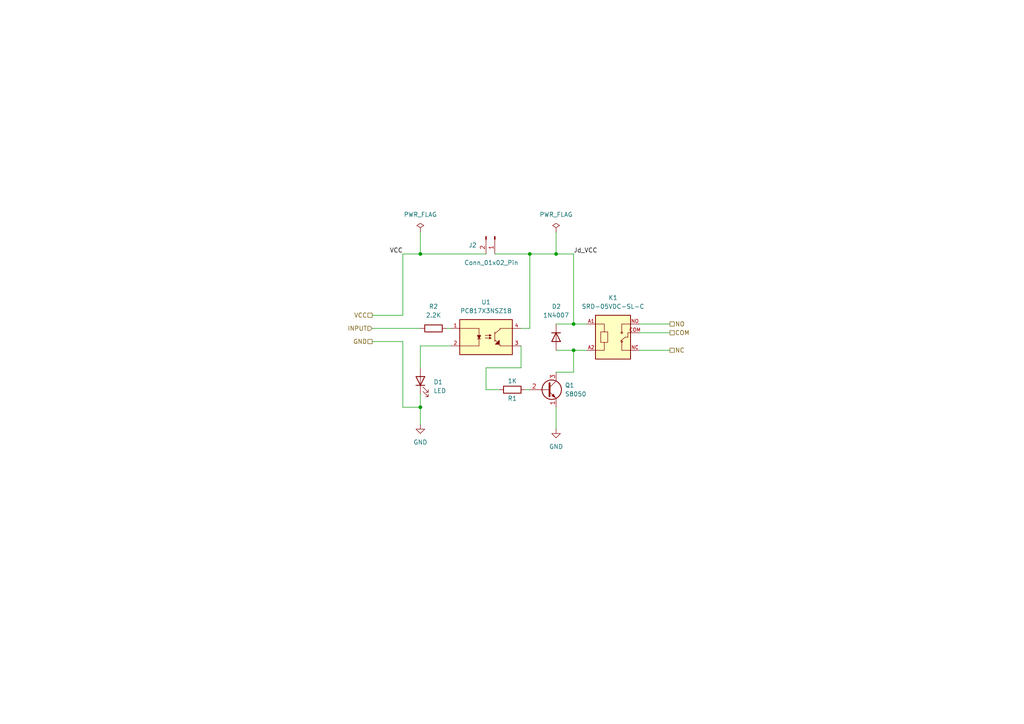
<source format=kicad_sch>
(kicad_sch (version 20250114) (generator "eeschema") (generator_version "9.0")
  (paper "A4")
  (title_block (title "Relay") (date "2025-08-04") (rev "1"))
  (lib_symbols
    (symbol "Connector:Conn_01x02_Pin" (pin_names (offset 1.016) (hide yes))
      (property "Reference" "J" (at 0 2.54 0))
      (property "Value" "Conn_01x02_Pin" (at 0 -5.08 0))
      (symbol "Conn_01x02_Pin_1_1"
        (rectangle (start 0.8636 0.127) (end 0 -0.127) (stroke (width 0.1524)) (fill (type outline)))
        (rectangle (start 0.8636 -2.413) (end 0 -2.667) (stroke (width 0.1524)) (fill (type outline)))
        (polyline (pts (xy 1.27 0) (xy 0.8636 0)) (stroke (width 0.1524)))
        (polyline (pts (xy 1.27 -2.54) (xy 0.8636 -2.54)) (stroke (width 0.1524)))
        (pin passive line (at 5.08 0 180) (length 3.81) (name "Pin_1") (number "1"))
        (pin passive line (at 5.08 -2.54 180) (length 3.81) (name "Pin_2") (number "2"))
      )
    )
    (symbol "Device:LED" (pin_numbers (hide yes)) (pin_names (offset 1.016) (hide yes))
      (property "Reference" "D" (at 0 2.54 0))
      (property "Value" "LED" (at 0 -2.54 0))
      (symbol "LED_0_1"
        (polyline (pts (xy -3.048 -0.762) (xy -4.572 -2.286) (xy -3.81 -2.286) (xy -4.572 -2.286) (xy -4.572 -1.524)))
        (polyline (pts (xy -1.778 -0.762) (xy -3.302 -2.286) (xy -2.54 -2.286) (xy -3.302 -2.286) (xy -3.302 -1.524)))
        (polyline (pts (xy -1.27 0) (xy 1.27 0)))
        (polyline (pts (xy -1.27 -1.27) (xy -1.27 1.27)) (stroke (width 0.254)))
        (polyline (pts (xy 1.27 -1.27) (xy 1.27 1.27) (xy -1.27 0) (xy 1.27 -1.27)) (stroke (width 0.254)))
      )
      (symbol "LED_1_1"
        (pin passive line (at -3.81 0 0) (length 2.54) (name "K") (number "1"))
        (pin passive line (at 3.81 0 180) (length 2.54) (name "A") (number "2"))
      )
    )
    (symbol "Device:R" (pin_numbers (hide yes)) (pin_names (offset 0))
      (property "Reference" "R" (at 2.032 0 90))
      (property "Value" "R" (at 0 0 90))
      (symbol "R_0_1"
        (rectangle (start -1.016 -2.54) (end 1.016 2.54) (stroke (width 0.254)))
      )
      (symbol "R_1_1"
        (pin passive line (at 0 3.81 270) (length 1.27) (name "~") (number "1"))
        (pin passive line (at 0 -3.81 90) (length 1.27) (name "~") (number "2"))
      )
    )
    (symbol "Diode:1N4007" (pin_numbers (hide yes)) (pin_names (hide yes))
      (property "Reference" "D" (at 0 2.54 0))
      (property "Value" "1N4007" (at 0 -2.54 0))
      (symbol "1N4007_0_1"
        (polyline (pts (xy -1.27 1.27) (xy -1.27 -1.27)) (stroke (width 0.254)))
        (polyline (pts (xy 1.27 1.27) (xy 1.27 -1.27) (xy -1.27 0) (xy 1.27 1.27)) (stroke (width 0.254)))
        (polyline (pts (xy 1.27 0) (xy -1.27 0)))
      )
      (symbol "1N4007_1_1"
        (pin passive line (at -3.81 0 0) (length 2.54) (name "K") (number "1"))
        (pin passive line (at 3.81 0 180) (length 2.54) (name "A") (number "2"))
      )
    )
    (symbol "PC817X3NSZ1B:PC817X3NSZ1B" (pin_names (offset 1.016))
      (property "Reference" "U" (at -7.62 6.35 0))
      (property "Value" "PC817X3NSZ1B" (at -7.62 -7.62 0))
      (symbol "PC817X3NSZ1B_0_0"
        (polyline (pts (xy -7.62 2.54) (xy -4.572 2.54)) (stroke (width 0.1524)))
        (rectangle (start -7.62 -5.08) (end 7.62 5.08) (stroke (width 0.254)) (fill (type background)))
        (polyline (pts (xy -4.572 2.54) (xy -2.032 2.54)) (stroke (width 0.1524)))
        (polyline (pts (xy -4.572 -2.54) (xy -7.62 -2.54)) (stroke (width 0.1524)))
        (polyline (pts (xy -2.54 0.508) (xy -1.524 0.508) (xy -2.032 -0.508) (xy -2.54 0.508)) (stroke (width 0.1524)) (fill (type outline)))
        (polyline (pts (xy -2.54 -0.508) (xy -1.524 -0.508)) (stroke (width 0.1524)))
        (polyline (pts (xy -2.032 2.54) (xy -2.032 0.508)) (stroke (width 0.1524)))
        (polyline (pts (xy -2.032 -0.508) (xy -2.032 -2.54)) (stroke (width 0.1524)))
        (polyline (pts (xy -2.032 -2.54) (xy -4.572 -2.54)) (stroke (width 0.1524)))
        (polyline (pts (xy -0.254 0.508) (xy 1.016 0.508)) (stroke (width 0.1524)))
        (polyline (pts (xy -0.254 -0.254) (xy 1.016 -0.254)) (stroke (width 0.1524)))
        (polyline (pts (xy 1.016 0.762) (xy 1.524 0.508) (xy 1.016 0.254) (xy 1.016 0.762)) (stroke (width 0.1524)) (fill (type outline)))
        (polyline (pts (xy 1.016 0.254) (xy 1.016 0.762)) (stroke (width 0.1524)))
        (polyline (pts (xy 1.016 0) (xy 1.524 -0.254) (xy 1.016 -0.508) (xy 1.016 0)) (stroke (width 0.1524)) (fill (type outline)))
        (polyline (pts (xy 1.016 -0.508) (xy 1.016 0)) (stroke (width 0.1524)))
        (polyline (pts (xy 2.54 1.016) (xy 2.54 1.524)) (stroke (width 0.1524)))
        (polyline (pts (xy 2.54 1.016) (xy 2.54 -0.762)) (stroke (width 0.1524)))
        (polyline (pts (xy 2.54 -0.762) (xy 2.54 -1.27)) (stroke (width 0.1524)))
        (polyline (pts (xy 2.54 -0.762) (xy 3.81 -2.032)) (stroke (width 0.1524)))
        (polyline (pts (xy 2.794 -2.032) (xy 3.556 -2.032)) (stroke (width 0.254)))
        (polyline (pts (xy 3.048 -1.778) (xy 2.794 -2.032)) (stroke (width 0.254)))
        (polyline (pts (xy 3.048 -1.778) (xy 3.302 -1.778)) (stroke (width 0.254)))
        (polyline (pts (xy 3.302 -1.778) (xy 3.556 -2.032)) (stroke (width 0.254)))
        (polyline (pts (xy 3.556 -1.524) (xy 3.302 -1.778)) (stroke (width 0.254)))
        (polyline (pts (xy 3.556 -1.524) (xy 3.81 -1.27)) (stroke (width 0.254)))
        (polyline (pts (xy 3.556 -2.032) (xy 3.556 -1.524)) (stroke (width 0.254)))
        (polyline (pts (xy 3.556 -2.032) (xy 3.81 -2.032)) (stroke (width 0.254)))
        (polyline (pts (xy 3.81 -1.016) (xy 3.048 -1.778)) (stroke (width 0.254)))
        (polyline (pts (xy 3.81 -1.27) (xy 3.81 -1.016)) (stroke (width 0.254)))
        (polyline (pts (xy 3.81 -1.778) (xy 3.556 -1.524)) (stroke (width 0.254)))
        (polyline (pts (xy 3.81 -1.778) (xy 3.81 -1.27)) (stroke (width 0.254)))
        (polyline (pts (xy 3.81 -2.032) (xy 3.81 -1.778)) (stroke (width 0.254)))
        (polyline (pts (xy 3.81 -2.032) (xy 4.064 -2.286)) (stroke (width 0.1524)))
        (polyline (pts (xy 4.064 2.54) (xy 4.064 2.286)) (stroke (width 0.1524)))
        (polyline (pts (xy 4.064 2.286) (xy 2.54 1.016)) (stroke (width 0.1524)))
        (polyline (pts (xy 4.064 -2.286) (xy 4.064 -2.54)) (stroke (width 0.1524)))
        (polyline (pts (xy 4.064 -2.54) (xy 7.62 -2.54)) (stroke (width 0.1524)))
        (polyline (pts (xy 7.62 2.54) (xy 4.064 2.54)) (stroke (width 0.1524)))
        (pin passive line (at -10.16 2.54 0) (length 2.54) (name "~") (number "1"))
        (pin passive line (at -10.16 -2.54 0) (length 2.54) (name "~") (number "2"))
        (pin passive line (at 10.16 2.54 180) (length 2.54) (name "~") (number "4"))
        (pin passive line (at 10.16 -2.54 180) (length 2.54) (name "~") (number "3"))
      )
    )
    (symbol "SRD-05VDC-SL-C:SRD-05VDC-SL-C" (pin_names (offset 1.016))
      (property "Reference" "K" (at -5.0809 5.843 0))
      (property "Value" "SRD-05VDC-SL-C" (at -5.0832 -10.1664 0))
      (symbol "SRD-05VDC-SL-C_0_0"
        (polyline (pts (xy -5.08 2.54) (xy -2.54 2.54)) (stroke (width 0.1524)))
        (rectangle (start -5.08 -7.62) (end 5.08 5.08) (stroke (width 0.254)) (fill (type background)))
        (polyline (pts (xy -3.556 0.254) (xy -3.556 -2.794)) (stroke (width 0.1524)))
        (polyline (pts (xy -3.556 -2.794) (xy -2.54 -2.794)) (stroke (width 0.1524)))
        (polyline (pts (xy -2.54 2.54) (xy -2.54 0.254)) (stroke (width 0.1524)))
        (polyline (pts (xy -2.54 0.254) (xy -3.556 0.254)) (stroke (width 0.1524)))
        (polyline (pts (xy -2.54 -2.794) (xy -2.54 -5.08)) (stroke (width 0.1524)))
        (polyline (pts (xy -2.54 -2.794) (xy -1.524 -2.794)) (stroke (width 0.1524)))
        (polyline (pts (xy -2.54 -5.08) (xy -5.08 -5.08)) (stroke (width 0.1524)))
        (polyline (pts (xy -1.524 0.254) (xy -2.54 0.254)) (stroke (width 0.1524)))
        (polyline (pts (xy -1.524 -2.794) (xy -1.524 0.254)) (stroke (width 0.1524)))
        (polyline (pts (xy 2.54 2.54) (xy 2.54 0)) (stroke (width 0.1524)))
        (circle (center 2.54 0) (radius 0.254) (stroke (width 0.1524)))
        (polyline (pts (xy 2.54 -2.54) (xy 2.54 -5.08)) (stroke (width 0.1524)))
        (circle (center 2.54 -2.54) (radius 0.254) (stroke (width 0.1524)))
        (polyline (pts (xy 2.54 -5.08) (xy 5.08 -5.08)) (stroke (width 0.1524)))
        (polyline (pts (xy 3.556 -1.27) (xy 2.286 -2.286)) (stroke (width 0.1524)))
        (polyline (pts (xy 3.556 -1.27) (xy 4.318 -1.27)) (stroke (width 0.1524)))
        (polyline (pts (xy 4.318 0) (xy 5.08 0)) (stroke (width 0.1524)))
        (polyline (pts (xy 4.318 -1.27) (xy 4.318 0)) (stroke (width 0.1524)))
        (polyline (pts (xy 5.08 2.54) (xy 2.54 2.54)) (stroke (width 0.1524)))
        (pin passive line (at -7.62 2.54 0) (length 2.54) (name "~") (number "A1"))
        (pin passive line (at -7.62 -5.08 0) (length 2.54) (name "~") (number "A2"))
        (pin passive line (at 7.62 2.54 180) (length 2.54) (name "~") (number "NO"))
        (pin passive line (at 7.62 0 180) (length 2.54) (name "~") (number "COM"))
        (pin passive line (at 7.62 -5.08 180) (length 2.54) (name "~") (number "NC"))
      )
    )
    (symbol "Transistor_BJT:S8050" (pin_names (offset 0) (hide yes))
      (property "Reference" "Q" (at 5.08 1.905 0))
      (property "Value" "S8050" (at 5.08 0 0))
      (symbol "S8050_0_1"
        (polyline (pts (xy -2.54 0) (xy 0.635 0)))
        (polyline (pts (xy 0.635 1.905) (xy 0.635 -1.905)) (stroke (width 0.508)))
        (circle (center 1.27 0) (radius 2.8194) (stroke (width 0.254)))
      )
      (symbol "S8050_1_1"
        (polyline (pts (xy 0.635 0.635) (xy 2.54 2.54)))
        (polyline (pts (xy 0.635 -0.635) (xy 2.54 -2.54)))
        (polyline (pts (xy 1.27 -1.778) (xy 1.778 -1.27) (xy 2.286 -2.286) (xy 1.27 -1.778)) (fill (type outline)))
        (pin input line (at -5.08 0 0) (length 2.54) (name "B") (number "2"))
        (pin passive line (at 2.54 5.08 270) (length 2.54) (name "C") (number "3"))
        (pin passive line (at 2.54 -5.08 90) (length 2.54) (name "E") (number "1"))
      )
    )
    (symbol "power:GND" (power) (pin_numbers (hide yes)) (pin_names (offset 0) (hide yes))
      (property "Value" "GND" (at 0 -3.81 0))
      (symbol "GND_0_1"
        (polyline (pts (xy 0 0) (xy 0 -1.27) (xy 1.27 -1.27) (xy 0 -2.54) (xy -1.27 -1.27) (xy 0 -1.27)))
      )
      (symbol "GND_1_1"
        (pin power_in line (at 0 0 270) (length 0) (name "~") (number "1"))
      )
    )
    (symbol "power:PWR_FLAG" (power) (pin_numbers (hide yes)) (pin_names (offset 0) (hide yes))
      (property "Value" "PWR_FLAG" (at 0 3.81 0))
      (symbol "PWR_FLAG_0_0"
        (pin power_out line (at 0 0 90) (length 0) (name "~") (number "1"))
      )
      (symbol "PWR_FLAG_0_1"
        (polyline (pts (xy 0 0) (xy 0 1.27) (xy -1.016 1.905) (xy 0 2.54) (xy 1.016 1.905) (xy 0 1.27)))
      )
    )
  )
  (junction (at 166.37 101.6))
  (junction (at 153.67 73.66))
  (junction (at 161.29 73.66))
  (junction (at 121.92 118.11))
  (junction (at 121.92 73.66))
  (junction (at 166.37 93.98))
  (wire (pts (xy 161.29 107.95) (xy 166.37 107.95)))
  (wire (pts (xy 151.13 106.68) (xy 151.13 100.33)))
  (wire (pts (xy 129.54 95.25) (xy 130.81 95.25)))
  (wire (pts (xy 194.31 101.6) (xy 185.42 101.6)))
  (wire (pts (xy 140.97 113.03) (xy 144.78 113.03)))
  (wire (pts (xy 121.92 106.68) (xy 121.92 100.33)))
  (wire (pts (xy 121.92 114.3) (xy 121.92 118.11)))
  (wire (pts (xy 140.97 113.03) (xy 140.97 106.68)))
  (wire (pts (xy 166.37 73.66) (xy 166.37 93.98)))
  (wire (pts (xy 161.29 101.6) (xy 166.37 101.6)))
  (wire (pts (xy 166.37 101.6) (xy 170.18 101.6)))
  (wire (pts (xy 140.97 106.68) (xy 151.13 106.68)))
  (wire (pts (xy 161.29 118.11) (xy 161.29 124.46)))
  (wire (pts (xy 166.37 93.98) (xy 170.18 93.98)))
  (wire (pts (xy 153.67 73.66) (xy 161.29 73.66)))
  (wire (pts (xy 161.29 67.31) (xy 161.29 73.66)))
  (wire (pts (xy 161.29 73.66) (xy 166.37 73.66)))
  (wire (pts (xy 194.31 93.98) (xy 185.42 93.98)))
  (wire (pts (xy 153.67 95.25) (xy 153.67 73.66)))
  (wire (pts (xy 121.92 118.11) (xy 121.92 123.19)))
  (wire (pts (xy 116.84 99.06) (xy 116.84 118.11)))
  (wire (pts (xy 152.4 113.03) (xy 153.67 113.03)))
  (wire (pts (xy 116.84 73.66) (xy 121.92 73.66)))
  (wire (pts (xy 121.92 73.66) (xy 140.97 73.66)))
  (wire (pts (xy 107.95 95.25) (xy 121.92 95.25)))
  (wire (pts (xy 143.51 73.66) (xy 153.67 73.66)))
  (wire (pts (xy 107.95 99.06) (xy 116.84 99.06)))
  (wire (pts (xy 121.92 67.31) (xy 121.92 73.66)))
  (wire (pts (xy 194.31 96.52) (xy 185.42 96.52)))
  (wire (pts (xy 151.13 95.25) (xy 153.67 95.25)))
  (wire (pts (xy 116.84 73.66) (xy 116.84 91.44)))
  (wire (pts (xy 116.84 118.11) (xy 121.92 118.11)))
  (wire (pts (xy 161.29 93.98) (xy 166.37 93.98)))
  (wire (pts (xy 121.92 100.33) (xy 130.81 100.33)))
  (wire (pts (xy 107.95 91.44) (xy 116.84 91.44)))
  (wire (pts (xy 166.37 107.95) (xy 166.37 101.6)))
  (label "VCC" (at 116.84 73.66 180))
  (label "Jd_VCC" (at 166.37 73.66 0))
  (hierarchical_label "NC" (shape passive) (at 194.31 101.6 0))
  (hierarchical_label "COM" (shape passive) (at 194.31 96.52 0))
  (hierarchical_label "VCC" (shape passive) (at 107.95 91.44 180))
  (hierarchical_label "NO" (shape passive) (at 194.31 93.98 0))
  (hierarchical_label "INPUT" (shape input) (at 107.95 95.25 180))
  (hierarchical_label "GND" (shape passive) (at 107.95 99.06 180))
  (symbol (lib_id "power:GND") (at 121.92 123.19 0) (unit 1)
    (property "Reference" "#PWR02" (effects (hide yes)))
    (property "Value" "GND" (at 121.92 128.27 0))
    (property "Description" "Power symbol creates a global label with name \"GND\" , ground" (effects (hide yes)))
  )
  (symbol (lib_id "Device:LED") (at 121.92 110.49 90) (unit 1)
    (property "Reference" "D1" (at 125.73 110.8074 90) (effects (justify right)))
    (property "Value" "LED" (at 125.73 113.3474 90) (effects (justify right)))
    (property "Description" "Light emitting diode" (effects (hide yes)))
    (property "Sim.Pins" "1=K 2=A" (effects (hide yes)))
  )
  (symbol (lib_id "Device:R") (at 148.59 113.03 90) (unit 1)
    (property "Reference" "R1" (at 148.59 115.57 90))
    (property "Value" "1K" (at 148.59 110.49 90))
    (property "Description" "Resistor" (effects (hide yes)))
  )
  (symbol (lib_id "power:PWR_FLAG") (at 161.29 67.31 0) (unit 1)
    (property "Reference" "#FLG02" (effects (hide yes)))
    (property "Value" "PWR_FLAG" (at 161.29 62.23 0))
    (property "Description" "Special symbol for telling ERC where power comes from" (effects (hide yes)))
  )
  (symbol (lib_id "Device:R") (at 125.73 95.25 90) (unit 1)
    (property "Reference" "R2" (at 125.73 88.9 90))
    (property "Value" "2.2K" (at 125.73 91.44 90))
    (property "Description" "Resistor" (effects (hide yes)))
  )
  (symbol (lib_id "power:GND") (at 161.29 124.46 0) (unit 1)
    (property "Reference" "#PWR01" (effects (hide yes)))
    (property "Value" "GND" (at 161.29 129.54 0))
    (property "Description" "Power symbol creates a global label with name \"GND\" , ground" (effects (hide yes)))
  )
  (symbol (lib_id "Connector:Conn_01x02_Pin") (at 143.51 68.58 270) (unit 1)
    (property "Reference" "J2" (at 135.89 71.12 90) (effects (justify left)))
    (property "Value" "Conn_01x02_Pin" (at 134.62 76.2 90) (effects (justify left)))
    (property "Description" "Generic connector, single row, 01x02, script generated" (effects (hide yes)))
  )
  (symbol (lib_id "SRD-05VDC-SL-C:SRD-05VDC-SL-C") (at 177.8 96.52 0) (unit 1)
    (property "Reference" "K1" (at 177.8 86.36 0))
    (property "Value" "SRD-05VDC-SL-C" (at 177.8 88.9 0))
    (property "Footprint" "SRD-05VDC-SL-C:RELAY_SRD-05VDC-SL-C" (effects (hide yes)))
    (property "MF" "Songle Relay" (effects (hide yes)))
    (property "Description_1" "5V Trigger Relay Module For Arduino And Raspberry Pi 5V Trigger Relay Module For Arduino And Raspberry Pi" (effects (hide yes)))
    (property "Package" "NON STANDARD-5 Songle Relay" (effects (hide yes)))
    (property "Price" "None" (effects (hide yes)))
    (property "Check_prices" "https://www.snapeda.com/parts/SRD-05VDC-SL-C/Songle+Relay/view-part/?ref=eda" (effects (hide yes)))
    (property "STANDARD" "IPC-7251" (effects (hide yes)))
    (property "SnapEDA_Link" "https://www.snapeda.com/parts/SRD-05VDC-SL-C/Songle+Relay/view-part/?ref=snap" (effects (hide yes)))
    (property "MP" "SRD-05VDC-SL-C" (effects (hide yes)))
    (property "Availability" "In Stock" (effects (hide yes)))
    (property "MANUFACTURER" "SONGLE RELAY" (effects (hide yes)))
  )
  (symbol (lib_id "Transistor_BJT:S8050") (at 158.75 113.03 0) (unit 1)
    (property "Reference" "Q1" (at 163.83 111.7599 0) (effects (justify left)))
    (property "Value" "S8050" (at 163.83 114.2999 0) (effects (justify left)))
    (property "Footprint" "Package_TO_SOT_THT:TO-92_Inline" (effects (hide yes)))
    (property "Datasheet" "http://www.unisonic.com.tw/datasheet/S8050.pdf" (effects (hide yes)))
    (property "Description" "0.7A Ic, 20V Vce, Low Voltage High Current NPN Transistor, TO-92" (effects (hide yes)))
  )
  (symbol (lib_id "PC817X3NSZ1B:PC817X3NSZ1B") (at 140.97 97.79 0) (unit 1)
    (property "Reference" "U1" (at 140.97 87.63 0))
    (property "Value" "PC817X3NSZ1B" (at 140.97 90.17 0))
    (property "Footprint" "PC817X3NSZ1B:DIP762W50P254L495H455Q4" (effects (hide yes)))
    (property "MF" "Sharp Microelectronics" (effects (hide yes)))
    (property "MAXIMUM_PACKAGE_HEIGHT" "4.55 mm" (effects (hide yes)))
    (property "Package" "DIP-4 Sharp Microelectronics" (effects (hide yes)))
    (property "Price" "None" (effects (hide yes)))
    (property "Check_prices" "https://www.snapeda.com/parts/PC817X3NSZ1B/Sharp/view-part/?ref=eda" (effects (hide yes)))
    (property "STANDARD" "IPC 7351B" (effects (hide yes)))
    (property "PARTREV" "October 7, 2016" (effects (hide yes)))
    (property "SnapEDA_Link" "https://www.snapeda.com/parts/PC817X3NSZ1B/Sharp/view-part/?ref=snap" (effects (hide yes)))
    (property "MP" "PC817X3NSZ1B" (effects (hide yes)))
    (property "Description_1" "Optoisolator Transistor Output - 1 Channel 4-DIP" (effects (hide yes)))
    (property "Availability" "In Stock" (effects (hide yes)))
    (property "MANUFACTURER" "Socle Technology" (effects (hide yes)))
  )
  (symbol (lib_id "power:PWR_FLAG") (at 121.92 67.31 0) (unit 1)
    (property "Reference" "#FLG01" (effects (hide yes)))
    (property "Value" "PWR_FLAG" (at 121.92 62.23 0))
    (property "Description" "Special symbol for telling ERC where power comes from" (effects (hide yes)))
  )
  (symbol (lib_id "Diode:1N4007") (at 161.29 97.79 270) (unit 1)
    (property "Reference" "D2" (at 160.02 88.9 90) (effects (justify left)))
    (property "Value" "1N4007" (at 157.48 91.44 90) (effects (justify left)))
    (property "Footprint" "Diode_THT:D_DO-41_SOD81_P10.16mm_Horizontal" (effects (hide yes)))
    (property "Datasheet" "http://www.vishay.com/docs/88503/1n4001.pdf" (effects (hide yes)))
    (property "Description" "1000V 1A General Purpose Rectifier Diode, DO-41" (effects (hide yes)))
    (property "Sim.Device" "D" (effects (hide yes)))
    (property "Sim.Pins" "1=K 2=A" (effects (hide yes)))
  )
)
</source>
